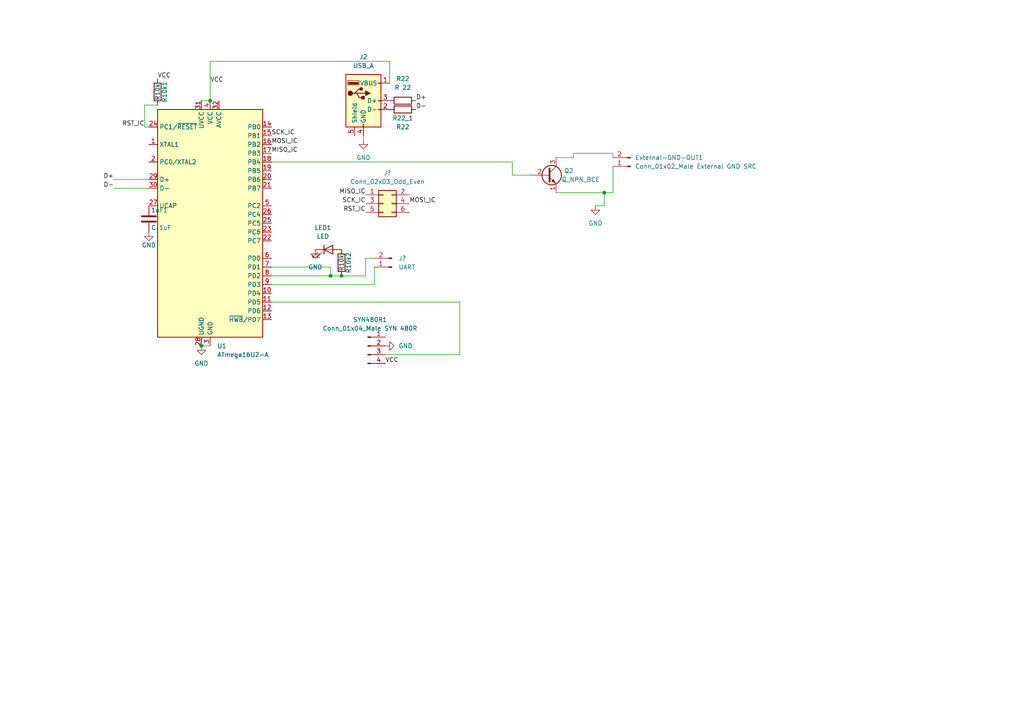
<source format=kicad_sch>
(kicad_sch (version 20211123) (generator eeschema)
  (paper "A4")
  (lib_symbols
    (symbol "Connector:Conn_01x02_Male" (pin_names (offset 1.016) hide)
      (property "Reference" "J" (at 0 2.54 0))
      (property "Value" "Conn_01x02_Male" (at 0 -5.08 0))
      (symbol "Conn_01x02_Male_1_1"
        (polyline (pts (xy 1.27 -2.54) (xy 0.8636 -2.54)) (stroke (width 0.1524)))
        (polyline (pts (xy 1.27 0) (xy 0.8636 0)) (stroke (width 0.1524)))
        (rectangle (start 0.8636 -2.413) (end 0 -2.667) (stroke (width 0.1524)) (fill (type outline)))
        (rectangle (start 0.8636 0.127) (end 0 -0.127) (stroke (width 0.1524)) (fill (type outline)))
        (pin passive line (at 5.08 0 180) (length 3.81) (name "Pin_1") (number "1"))
        (pin passive line (at 5.08 -2.54 180) (length 3.81) (name "Pin_2") (number "2"))
      )
    )
    (symbol "Connector:Conn_01x04_Male" (pin_names (offset 1.016) hide)
      (property "Reference" "J" (at 0 5.08 0))
      (property "Value" "Conn_01x04_Male" (at 0 -7.62 0))
      (symbol "Conn_01x04_Male_1_1"
        (polyline (pts (xy 1.27 -5.08) (xy 0.8636 -5.08)) (stroke (width 0.1524)))
        (polyline (pts (xy 1.27 -2.54) (xy 0.8636 -2.54)) (stroke (width 0.1524)))
        (polyline (pts (xy 1.27 0) (xy 0.8636 0)) (stroke (width 0.1524)))
        (polyline (pts (xy 1.27 2.54) (xy 0.8636 2.54)) (stroke (width 0.1524)))
        (rectangle (start 0.8636 -4.953) (end 0 -5.207) (stroke (width 0.1524)) (fill (type outline)))
        (rectangle (start 0.8636 -2.413) (end 0 -2.667) (stroke (width 0.1524)) (fill (type outline)))
        (rectangle (start 0.8636 0.127) (end 0 -0.127) (stroke (width 0.1524)) (fill (type outline)))
        (rectangle (start 0.8636 2.667) (end 0 2.413) (stroke (width 0.1524)) (fill (type outline)))
        (pin passive line (at 5.08 2.54 180) (length 3.81) (name "Pin_1") (number "1"))
        (pin passive line (at 5.08 0 180) (length 3.81) (name "Pin_2") (number "2"))
        (pin passive line (at 5.08 -2.54 180) (length 3.81) (name "Pin_3") (number "3"))
        (pin passive line (at 5.08 -5.08 180) (length 3.81) (name "Pin_4") (number "4"))
      )
    )
    (symbol "Connector:USB_A" (pin_names (offset 1.016))
      (property "Reference" "J" (at -5.08 11.43 0))
      (property "Value" "USB_A" (at -5.08 8.89 0))
      (symbol "USB_A_0_1"
        (rectangle (start -5.08 -7.62) (end 5.08 7.62) (stroke (width 0.254)) (fill (type background)))
        (circle (center -3.81 2.159) (radius 0.635) (stroke (width 0.254)) (fill (type outline)))
        (rectangle (start -1.524 4.826) (end -4.318 5.334) (fill (type outline)))
        (rectangle (start -1.27 4.572) (end -4.572 5.842))
        (circle (center -0.635 3.429) (radius 0.381) (stroke (width 0.254)) (fill (type outline)))
        (rectangle (start -0.127 -7.62) (end 0.127 -6.858))
        (polyline (pts (xy -3.175 2.159) (xy -2.54 2.159) (xy -1.27 3.429) (xy -0.635 3.429)) (stroke (width 0.254)))
        (polyline (pts (xy -2.54 2.159) (xy -1.905 2.159) (xy -1.27 0.889) (xy 0 0.889)) (stroke (width 0.254)))
        (polyline (pts (xy 0.635 2.794) (xy 0.635 1.524) (xy 1.905 2.159) (xy 0.635 2.794)) (stroke (width 0.254)) (fill (type outline)))
        (rectangle (start 0.254 1.27) (end -0.508 0.508) (stroke (width 0.254)) (fill (type outline)))
        (rectangle (start 5.08 -2.667) (end 4.318 -2.413))
        (rectangle (start 5.08 -0.127) (end 4.318 0.127))
        (rectangle (start 5.08 4.953) (end 4.318 5.207))
      )
      (symbol "USB_A_1_1"
        (polyline (pts (xy -1.905 2.159) (xy 0.635 2.159)) (stroke (width 0.254)))
        (pin power_in line (at 7.62 5.08 180) (length 2.54) (name "VBUS") (number "1"))
        (pin bidirectional line (at 7.62 -2.54 180) (length 2.54) (name "D-") (number "2"))
        (pin bidirectional line (at 7.62 0 180) (length 2.54) (name "D+") (number "3"))
        (pin power_in line (at 0 -10.16 90) (length 2.54) (name "GND") (number "4"))
        (pin passive line (at -2.54 -10.16 90) (length 2.54) (name "Shield") (number "5"))
      )
    )
    (symbol "Connector_Generic:Conn_02x03_Odd_Even" (pin_names (offset 1.016) hide)
      (property "Reference" "J" (at 1.27 5.08 0))
      (property "Value" "Conn_02x03_Odd_Even" (at 1.27 -5.08 0))
      (symbol "Conn_02x03_Odd_Even_1_1"
        (rectangle (start -1.27 -2.413) (end 0 -2.667) (stroke (width 0.1524)))
        (rectangle (start -1.27 0.127) (end 0 -0.127) (stroke (width 0.1524)))
        (rectangle (start -1.27 2.667) (end 0 2.413) (stroke (width 0.1524)))
        (rectangle (start -1.27 3.81) (end 3.81 -3.81) (stroke (width 0.254)) (fill (type background)))
        (rectangle (start 3.81 -2.413) (end 2.54 -2.667) (stroke (width 0.1524)))
        (rectangle (start 3.81 0.127) (end 2.54 -0.127) (stroke (width 0.1524)))
        (rectangle (start 3.81 2.667) (end 2.54 2.413) (stroke (width 0.1524)))
        (pin passive line (at -5.08 2.54 0) (length 3.81) (name "Pin_1") (number "1"))
        (pin passive line (at 7.62 2.54 180) (length 3.81) (name "Pin_2") (number "2"))
        (pin passive line (at -5.08 0 0) (length 3.81) (name "Pin_3") (number "3"))
        (pin passive line (at 7.62 0 180) (length 3.81) (name "Pin_4") (number "4"))
        (pin passive line (at -5.08 -2.54 0) (length 3.81) (name "Pin_5") (number "5"))
        (pin passive line (at 7.62 -2.54 180) (length 3.81) (name "Pin_6") (number "6"))
      )
    )
    (symbol "Device:LED" (pin_numbers hide) (pin_names (offset 1.016) hide)
      (property "Reference" "D" (at 0 2.54 0))
      (property "Value" "LED" (at 0 -2.54 0))
      (symbol "LED_0_1"
        (polyline (pts (xy -1.27 -1.27) (xy -1.27 1.27)) (stroke (width 0.254)))
        (polyline (pts (xy -1.27 0) (xy 1.27 0)))
        (polyline (pts (xy 1.27 -1.27) (xy 1.27 1.27) (xy -1.27 0) (xy 1.27 -1.27)) (stroke (width 0.254)))
        (polyline (pts (xy -3.048 -0.762) (xy -4.572 -2.286) (xy -3.81 -2.286) (xy -4.572 -2.286) (xy -4.572 -1.524)))
        (polyline (pts (xy -1.778 -0.762) (xy -3.302 -2.286) (xy -2.54 -2.286) (xy -3.302 -2.286) (xy -3.302 -1.524)))
      )
      (symbol "LED_1_1"
        (pin passive line (at -3.81 0 0) (length 2.54) (name "K") (number "1"))
        (pin passive line (at 3.81 0 180) (length 2.54) (name "A") (number "2"))
      )
    )
    (symbol "Device:R" (pin_numbers hide) (pin_names (offset 0))
      (property "Reference" "R" (at 2.032 0 90))
      (property "Value" "R" (at 0 0 90))
      (symbol "R_0_1"
        (rectangle (start -1.016 -2.54) (end 1.016 2.54) (stroke (width 0.254)))
      )
      (symbol "R_1_1"
        (pin passive line (at 0 3.81 270) (length 1.27) (name "~") (number "1"))
        (pin passive line (at 0 -3.81 90) (length 1.27) (name "~") (number "2"))
      )
    )
    (symbol "MCU_Microchip_ATmega:ATmega16U2-A"
      (property "Reference" "U" (at -15.24 34.29 0))
      (property "Value" "ATmega16U2-A" (at 2.54 -34.29 0))
      (symbol "ATmega16U2-A_0_1"
        (rectangle (start -15.24 -33.02) (end 15.24 33.02) (stroke (width 0.254)) (fill (type background)))
      )
      (symbol "ATmega16U2-A_1_1"
        (pin input line (at -17.78 22.86 0) (length 2.54) (name "XTAL1") (number "1"))
        (pin bidirectional line (at 17.78 -20.32 180) (length 2.54) (name "PD4") (number "10"))
        (pin bidirectional line (at 17.78 -22.86 180) (length 2.54) (name "PD5") (number "11"))
        (pin bidirectional line (at 17.78 -25.4 180) (length 2.54) (name "PD6") (number "12"))
        (pin bidirectional line (at 17.78 -27.94 180) (length 2.54) (name "~{HWB}/PD7") (number "13"))
        (pin bidirectional line (at 17.78 27.94 180) (length 2.54) (name "PB0") (number "14"))
        (pin bidirectional line (at 17.78 25.4 180) (length 2.54) (name "PB1") (number "15"))
        (pin bidirectional line (at 17.78 22.86 180) (length 2.54) (name "PB2") (number "16"))
        (pin bidirectional line (at 17.78 20.32 180) (length 2.54) (name "PB3") (number "17"))
        (pin bidirectional line (at 17.78 17.78 180) (length 2.54) (name "PB4") (number "18"))
        (pin bidirectional line (at 17.78 15.24 180) (length 2.54) (name "PB5") (number "19"))
        (pin bidirectional line (at -17.78 17.78 0) (length 2.54) (name "PC0/XTAL2") (number "2"))
        (pin bidirectional line (at 17.78 12.7 180) (length 2.54) (name "PB6") (number "20"))
        (pin bidirectional line (at 17.78 10.16 180) (length 2.54) (name "PB7") (number "21"))
        (pin bidirectional line (at 17.78 -5.08 180) (length 2.54) (name "PC7") (number "22"))
        (pin bidirectional line (at 17.78 -2.54 180) (length 2.54) (name "PC6") (number "23"))
        (pin bidirectional line (at -17.78 27.94 0) (length 2.54) (name "PC1/~{RESET}") (number "24"))
        (pin bidirectional line (at 17.78 0 180) (length 2.54) (name "PC5") (number "25"))
        (pin bidirectional line (at 17.78 2.54 180) (length 2.54) (name "PC4") (number "26"))
        (pin passive line (at -17.78 5.08 0) (length 2.54) (name "UCAP") (number "27"))
        (pin power_in line (at -2.54 -35.56 90) (length 2.54) (name "UGND") (number "28"))
        (pin bidirectional line (at -17.78 12.7 0) (length 2.54) (name "D+") (number "29"))
        (pin power_in line (at 0 -35.56 90) (length 2.54) (name "GND") (number "3"))
        (pin bidirectional line (at -17.78 10.16 0) (length 2.54) (name "D-") (number "30"))
        (pin power_in line (at -2.54 35.56 270) (length 2.54) (name "UVCC") (number "31"))
        (pin power_in line (at 2.54 35.56 270) (length 2.54) (name "AVCC") (number "32"))
        (pin power_in line (at 0 35.56 270) (length 2.54) (name "VCC") (number "4"))
        (pin bidirectional line (at 17.78 5.08 180) (length 2.54) (name "PC2") (number "5"))
        (pin bidirectional line (at 17.78 -10.16 180) (length 2.54) (name "PD0") (number "6"))
        (pin bidirectional line (at 17.78 -12.7 180) (length 2.54) (name "PD1") (number "7"))
        (pin bidirectional line (at 17.78 -15.24 180) (length 2.54) (name "PD2") (number "8"))
        (pin bidirectional line (at 17.78 -17.78 180) (length 2.54) (name "PD3") (number "9"))
      )
    )
    (symbol "Transistor_BJT:2N3904" (pin_names (offset 0) hide)
      (property "Reference" "Q" (at 5.08 1.905 0))
      (property "Value" "2N3904" (at 5.08 0 0))
      (symbol "2N3904_0_1"
        (polyline (pts (xy 0.635 0.635) (xy 2.54 2.54)))
        (polyline (pts (xy 0.635 -0.635) (xy 2.54 -2.54) (xy 2.54 -2.54)))
        (polyline (pts (xy 0.635 1.905) (xy 0.635 -1.905) (xy 0.635 -1.905)) (stroke (width 0.508)))
        (polyline (pts (xy 1.27 -1.778) (xy 1.778 -1.27) (xy 2.286 -2.286) (xy 1.27 -1.778) (xy 1.27 -1.778)) (fill (type outline)))
        (circle (center 1.27 0) (radius 2.8194) (stroke (width 0.254)))
      )
      (symbol "2N3904_1_1"
        (pin passive line (at 2.54 -5.08 90) (length 2.54) (name "E") (number "1"))
        (pin passive line (at -5.08 0 0) (length 5.715) (name "B") (number "2"))
        (pin passive line (at 2.54 5.08 270) (length 2.54) (name "C") (number "3"))
      )
    )
    (symbol "alarm-rescue:C" (pin_numbers hide) (pin_names (offset 0.254))
      (property "Reference" "C" (at 0.635 2.54 0))
      (property "Value" "C" (at 0.635 -2.54 0))
      (symbol "C_0_1"
        (polyline (pts (xy -2.032 -0.762) (xy 2.032 -0.762)) (stroke (width 0.508)))
        (polyline (pts (xy -2.032 0.762) (xy 2.032 0.762)) (stroke (width 0.508)))
      )
      (symbol "C_1_1"
        (pin passive line (at 0 3.81 270) (length 2.794) (name "~") (number "1"))
        (pin passive line (at 0 -3.81 90) (length 2.794) (name "~") (number "2"))
      )
    )
    (symbol "alarm-rescue:GND" (power) (pin_names (offset 0))
      (property "Value" "GND" (at 0 -3.81 0))
      (symbol "GND_0_1"
        (polyline (pts (xy 0 0) (xy 0 -1.27) (xy 1.27 -1.27) (xy 0 -2.54) (xy -1.27 -1.27) (xy 0 -1.27)))
      )
      (symbol "GND_1_1"
        (pin power_in line (at 0 0 270) (length 0) hide (name "GND") (number "1"))
      )
    )
    (symbol "alarm-rescue:R" (pin_numbers hide) (pin_names (offset 0))
      (property "Reference" "R" (at 2.032 0 90))
      (property "Value" "R" (at 0 0 90))
      (symbol "R_0_1"
        (rectangle (start -1.016 -2.54) (end 1.016 2.54) (stroke (width 0.254)))
      )
      (symbol "R_1_1"
        (pin passive line (at 0 3.81 270) (length 1.27) (name "~") (number "1"))
        (pin passive line (at 0 -3.81 90) (length 1.27) (name "~") (number "2"))
      )
    )
    (symbol "power:GND" (power) (pin_names (offset 0))
      (property "Value" "GND" (at 0 -3.81 0))
      (symbol "GND_0_1"
        (polyline (pts (xy 0 0) (xy 0 -1.27) (xy 1.27 -1.27) (xy 0 -2.54) (xy -1.27 -1.27) (xy 0 -1.27)))
      )
      (symbol "GND_1_1"
        (pin power_in line (at 0 0 270) (length 0) hide (name "GND") (number "1"))
      )
    )
  )
  (junction (at 99.06 80.01))
  (junction (at 60.96 29.21))
  (junction (at 58.42 100.33))
  (junction (at 95.885 80.01))
  (junction (at 175.26 55.88))
  (wire (pts (xy 33.02 54.61) (xy 43.18 54.61)))
  (wire (pts (xy 166.37 45.72) (xy 166.37 44.45)))
  (wire (pts (xy 78.74 46.99) (xy 148.59 46.99)))
  (wire (pts (xy 133.35 87.63) (xy 133.35 102.87)))
  (wire (pts (xy 41.91 30.48) (xy 45.72 30.48)))
  (wire (pts (xy 33.02 52.07) (xy 43.18 52.07)))
  (wire (pts (xy 95.885 80.01) (xy 99.06 80.01)))
  (wire (pts (xy 95.885 77.47) (xy 95.885 80.01)))
  (wire (pts (xy 113.03 17.78) (xy 113.03 24.13)))
  (wire (pts (xy 78.74 82.55) (xy 108.585 82.55)))
  (wire (pts (xy 60.96 17.78) (xy 60.96 29.21)))
  (wire (pts (xy 108.585 82.55) (xy 108.585 77.47)))
  (wire (pts (xy 60.96 17.78) (xy 113.03 17.78)))
  (wire (pts (xy 175.26 55.88) (xy 177.8 55.88)))
  (wire (pts (xy 58.42 29.21) (xy 60.96 29.21)))
  (wire (pts (xy 41.91 36.83) (xy 43.18 36.83)))
  (wire (pts (xy 106.045 80.01) (xy 106.045 74.93)))
  (wire (pts (xy 41.91 36.83) (xy 41.91 30.48)))
  (wire (pts (xy 172.72 59.69) (xy 175.26 59.69)))
  (wire (pts (xy 175.26 59.69) (xy 175.26 55.88)))
  (wire (pts (xy 106.045 74.93) (xy 108.585 74.93)))
  (wire (pts (xy 105.41 39.37) (xy 105.41 40.64)))
  (wire (pts (xy 133.35 87.63) (xy 78.74 87.63)))
  (wire (pts (xy 99.06 80.01) (xy 106.045 80.01)))
  (wire (pts (xy 161.29 55.88) (xy 175.26 55.88)))
  (wire (pts (xy 111.76 102.87) (xy 133.35 102.87)))
  (wire (pts (xy 177.8 55.88) (xy 177.8 48.26)))
  (wire (pts (xy 177.8 44.45) (xy 177.8 45.72)))
  (wire (pts (xy 161.29 45.72) (xy 166.37 45.72)))
  (wire (pts (xy 166.37 44.45) (xy 177.8 44.45)))
  (wire (pts (xy 148.59 46.99) (xy 148.59 50.8)))
  (wire (pts (xy 148.59 50.8) (xy 153.67 50.8)))
  (wire (pts (xy 78.74 80.01) (xy 95.885 80.01)))
  (wire (pts (xy 58.42 100.33) (xy 60.96 100.33)))
  (wire (pts (xy 78.74 77.47) (xy 95.885 77.47)))
  (label "D+" (at 120.65 29.21 0))
  (label "MOSI_IC" (at 78.74 41.91 0))
  (label "D+" (at 33.02 52.07 180))
  (label "MISO_IC" (at 78.74 44.45 0))
  (label "VCC" (at 60.96 24.13 0))
  (label "RST_IC" (at 41.91 36.83 180))
  (label "D-" (at 120.65 31.75 0))
  (label "SCK_IC" (at 78.74 39.37 0))
  (label "VCC" (at 45.72 22.86 0))
  (label "D-" (at 33.02 54.61 180))
  (label "SCK_IC" (at 106.045 59.055 180))
  (label "VCC" (at 111.76 105.41 0))
  (label "MISO_IC" (at 106.045 56.515 180))
  (label "RST_IC" (at 106.045 61.595 180))
  (label "MOSI_IC" (at 118.745 59.055 0))
  (symbol (lib_id "Transistor_BJT:2N3904") (at 158.75 50.8 0) (unit 1)
    (property "Reference" "Q2" (at 166.37 49.53 0) (effects (justify right)))
    (property "Value" "Q_NPN_BCE" (at 173.99 52.07 0) (effects (justify right)))
    (property "Footprint" "Package_TO_SOT_THT:TO-92" (effects hide))
  )
  (symbol (lib_id "MCU_Microchip_ATmega:ATmega16U2-A") (at 60.96 64.77 0) (unit 1)
    (property "Reference" "U1" (at 62.9794 100.33 0) (effects (justify left)))
    (property "Value" "ATmega16U2-A" (at 62.9794 102.87 0) (effects (justify left)))
    (property "Footprint" "Package_QFP:TQFP-32_7x7mm_P0.8mm" (effects hide))
    (property "Datasheet" "http://ww1.microchip.com/downloads/en/DeviceDoc/doc7799.pdf" (effects hide))
  )
  (symbol (lib_id "Connector:Conn_01x04_Male") (at 106.68 100.33 0) (unit 1)
    (property "Reference" "SYN480R1" (at 107.315 92.71 0))
    (property "Value" "Conn_01x04_Male SYN 480R" (at 107.315 95.25 0))
    (property "Footprint" "Connector_PinHeader_2.54mm:PinHeader_1x04_P2.54mm_Vertical" (effects hide))
  )
  (symbol (lib_id "power:GND") (at 91.44 72.39 0) (unit 1)
    (property "Reference" "#PWR0110" (effects hide))
    (property "Value" "GND" (at 91.44 77.47 0))
  )
  (symbol (lib_id "Connector:USB_A") (at 105.41 29.21 0) (unit 1)
    (property "Reference" "J2" (at 105.41 16.51 0))
    (property "Value" "USB_A" (at 105.41 19.05 0))
    (property "Footprint" "Connector_USB:USB_A_CNCTech_1001-011-01101_Horizontal" (effects hide))
    (property "Datasheet" " ~" (effects hide))
  )
  (symbol (lib_id "power:GND") (at 105.41 40.64 0) (unit 1)
    (property "Reference" "#PWR0108" (effects hide))
    (property "Value" "GND" (at 105.41 45.72 0))
  )
  (symbol (lib_id "Device:LED") (at 95.25 72.39 0) (unit 1)
    (property "Reference" "LED1" (at 93.6625 66.04 0))
    (property "Value" "LED" (at 93.6625 68.58 0))
    (property "Footprint" "LED_THT:LED_D5.0mm" (effects hide))
  )
  (symbol (lib_id "alarm-rescue:R") (at 45.72 26.67 0) (unit 1)
    (property "Reference" "R10k1" (at 47.752 26.67 90))
    (property "Value" "R10k" (at 45.72 26.67 90))
    (property "Footprint" "Resistor_SMD:R_0805_2012Metric" (effects hide))
  )
  (symbol (lib_id "Connector:Conn_01x02_Male") (at 113.665 77.47 180) (unit 1)
    (property "Reference" "J?" (at 115.57 74.9299 0) (effects (justify right)))
    (property "Value" "UART" (at 115.57 77.4699 0) (effects (justify right)))
  )
  (symbol (lib_id "alarm-rescue:R") (at 99.06 76.2 0) (unit 1)
    (property "Reference" "R10k2" (at 101.092 76.2 90))
    (property "Value" "R10k" (at 99.06 76.2 90))
    (property "Footprint" "Resistor_SMD:R_0805_2012Metric" (effects hide))
  )
  (symbol (lib_id "power:GND") (at 172.72 59.69 0) (unit 1)
    (property "Reference" "#PWR0106" (effects hide))
    (property "Value" "GND" (at 172.72 64.77 0))
  )
  (symbol (lib_id "Device:R") (at 116.84 29.21 90) (unit 1)
    (property "Reference" "R22" (at 116.84 22.86 90))
    (property "Value" "R 22" (at 116.84 25.4 90))
    (property "Footprint" "Resistor_SMD:R_0805_2012Metric" (effects hide))
  )
  (symbol (lib_id "power:GND") (at 58.42 100.33 0) (unit 1)
    (property "Reference" "#PWR0102" (effects hide))
    (property "Value" "GND" (at 58.42 105.41 0))
  )
  (symbol (lib_id "Device:R") (at 116.84 31.75 90) (unit 1)
    (property "Reference" "R22_1" (at 116.84 34.29 90))
    (property "Value" "R22" (at 116.84 36.83 90))
    (property "Footprint" "Resistor_SMD:R_0805_2012Metric" (effects hide))
  )
  (symbol (lib_id "Connector:Conn_01x02_Male") (at 182.88 48.26 180) (unit 1)
    (property "Reference" "External-GND-OUT1" (at 184.15 45.7199 0) (effects (justify right)))
    (property "Value" "Conn_01x02_Male External GND SRC" (at 184.15 48.2599 0) (effects (justify right)))
    (property "Footprint" "Connector_PinHeader_2.54mm:PinHeader_1x02_P2.54mm_Vertical" (effects hide))
  )
  (symbol (lib_id "alarm-rescue:C") (at 43.18 63.5 0) (unit 1)
    (property "Reference" "1uF1" (at 43.815 60.96 0) (effects (justify left)))
    (property "Value" "C 1uF" (at 43.815 66.04 0) (effects (justify left)))
    (property "Footprint" "Capacitor_THT:CP_Radial_D4.0mm_P1.50mm" (effects hide))
  )
  (symbol (lib_id "alarm-rescue:GND") (at 43.18 67.31 0) (unit 1)
    (property "Reference" "#PWR0101" (effects hide))
    (property "Value" "GND" (at 43.18 71.12 0))
  )
  (symbol (lib_id "power:GND") (at 111.76 100.33 90) (unit 1)
    (property "Reference" "#PWR0109" (effects hide))
    (property "Value" "GND" (at 115.57 100.3299 90) (effects (justify right)))
  )
  (symbol (lib_id "Connector_Generic:Conn_02x03_Odd_Even") (at 111.125 59.055 0) (unit 1)
    (property "Reference" "J?" (at 112.395 50.165 0))
    (property "Value" "Conn_02x03_Odd_Even" (at 112.395 52.705 0))
  )
)
</source>
